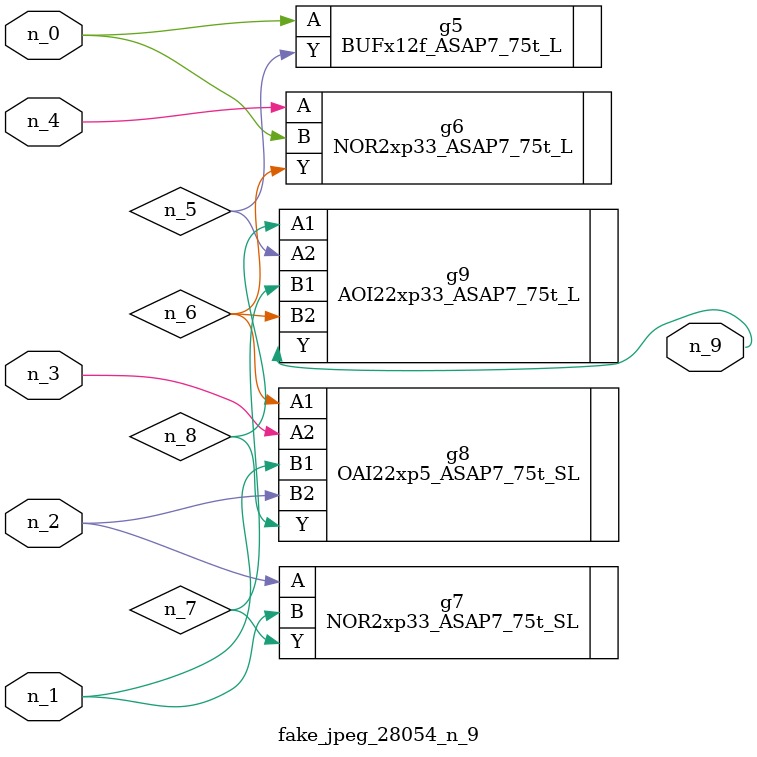
<source format=v>
module fake_jpeg_28054_n_9 (n_3, n_2, n_1, n_0, n_4, n_9);

input n_3;
input n_2;
input n_1;
input n_0;
input n_4;

output n_9;

wire n_8;
wire n_6;
wire n_5;
wire n_7;

BUFx12f_ASAP7_75t_L g5 ( 
.A(n_0),
.Y(n_5)
);

NOR2xp33_ASAP7_75t_L g6 ( 
.A(n_4),
.B(n_0),
.Y(n_6)
);

NOR2xp33_ASAP7_75t_SL g7 ( 
.A(n_2),
.B(n_1),
.Y(n_7)
);

OAI22xp5_ASAP7_75t_SL g8 ( 
.A1(n_6),
.A2(n_3),
.B1(n_1),
.B2(n_2),
.Y(n_8)
);

AOI22xp33_ASAP7_75t_L g9 ( 
.A1(n_8),
.A2(n_5),
.B1(n_7),
.B2(n_6),
.Y(n_9)
);


endmodule
</source>
